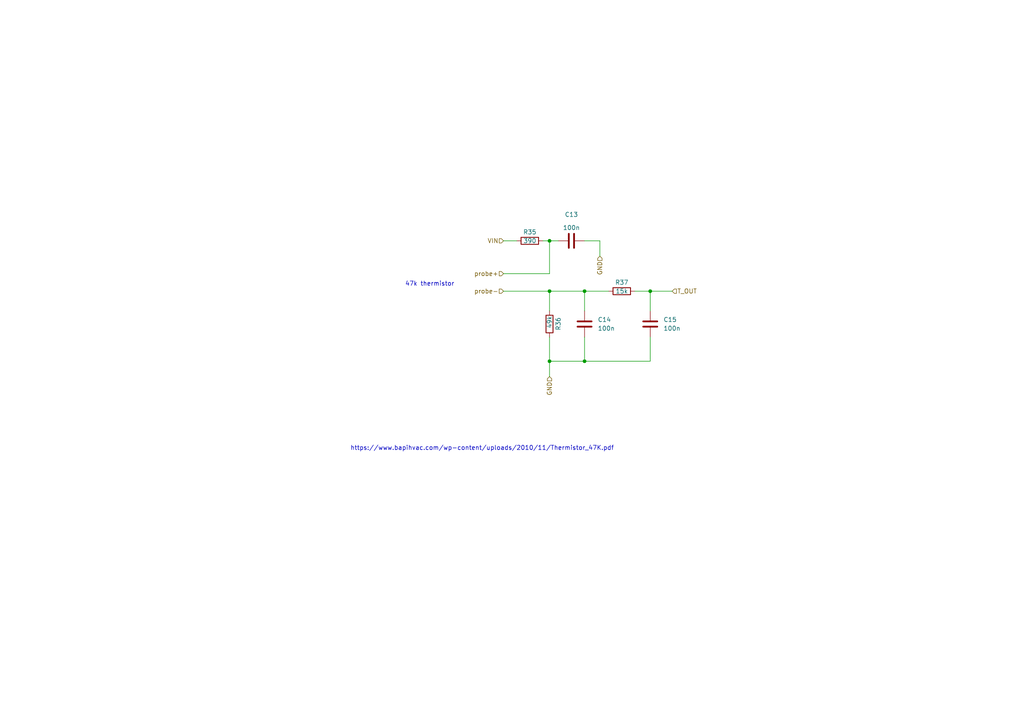
<source format=kicad_sch>
(kicad_sch (version 20211123) (generator eeschema)

  (uuid df4aae27-85e5-41a0-a4e7-12c57777f6a3)

  (paper "A4")

  (title_block
    (title "CDH_ECU")
    (date "2022-03-06")
    (rev "1.2.3")
    (company "Daniel Edwards")
    (comment 1 "Chinese Diesel Heater - modern ECU replacement")
  )

  (lib_symbols
    (symbol "Device:C" (pin_numbers hide) (pin_names (offset 0.254)) (in_bom yes) (on_board yes)
      (property "Reference" "C" (id 0) (at 0.635 2.54 0)
        (effects (font (size 1.27 1.27)) (justify left))
      )
      (property "Value" "C" (id 1) (at 0.635 -2.54 0)
        (effects (font (size 1.27 1.27)) (justify left))
      )
      (property "Footprint" "" (id 2) (at 0.9652 -3.81 0)
        (effects (font (size 1.27 1.27)) hide)
      )
      (property "Datasheet" "~" (id 3) (at 0 0 0)
        (effects (font (size 1.27 1.27)) hide)
      )
      (property "ki_keywords" "cap capacitor" (id 4) (at 0 0 0)
        (effects (font (size 1.27 1.27)) hide)
      )
      (property "ki_description" "Unpolarized capacitor" (id 5) (at 0 0 0)
        (effects (font (size 1.27 1.27)) hide)
      )
      (property "ki_fp_filters" "C_*" (id 6) (at 0 0 0)
        (effects (font (size 1.27 1.27)) hide)
      )
      (symbol "C_0_1"
        (polyline
          (pts
            (xy -2.032 -0.762)
            (xy 2.032 -0.762)
          )
          (stroke (width 0.508) (type default) (color 0 0 0 0))
          (fill (type none))
        )
        (polyline
          (pts
            (xy -2.032 0.762)
            (xy 2.032 0.762)
          )
          (stroke (width 0.508) (type default) (color 0 0 0 0))
          (fill (type none))
        )
      )
      (symbol "C_1_1"
        (pin passive line (at 0 3.81 270) (length 2.794)
          (name "~" (effects (font (size 1.27 1.27))))
          (number "1" (effects (font (size 1.27 1.27))))
        )
        (pin passive line (at 0 -3.81 90) (length 2.794)
          (name "~" (effects (font (size 1.27 1.27))))
          (number "2" (effects (font (size 1.27 1.27))))
        )
      )
    )
    (symbol "Device:R" (pin_numbers hide) (pin_names (offset 0)) (in_bom yes) (on_board yes)
      (property "Reference" "R" (id 0) (at 2.032 0 90)
        (effects (font (size 1.27 1.27)))
      )
      (property "Value" "R" (id 1) (at 0 0 90)
        (effects (font (size 1.27 1.27)))
      )
      (property "Footprint" "" (id 2) (at -1.778 0 90)
        (effects (font (size 1.27 1.27)) hide)
      )
      (property "Datasheet" "~" (id 3) (at 0 0 0)
        (effects (font (size 1.27 1.27)) hide)
      )
      (property "ki_keywords" "R res resistor" (id 4) (at 0 0 0)
        (effects (font (size 1.27 1.27)) hide)
      )
      (property "ki_description" "Resistor" (id 5) (at 0 0 0)
        (effects (font (size 1.27 1.27)) hide)
      )
      (property "ki_fp_filters" "R_*" (id 6) (at 0 0 0)
        (effects (font (size 1.27 1.27)) hide)
      )
      (symbol "R_0_1"
        (rectangle (start -1.016 -2.54) (end 1.016 2.54)
          (stroke (width 0.254) (type default) (color 0 0 0 0))
          (fill (type none))
        )
      )
      (symbol "R_1_1"
        (pin passive line (at 0 3.81 270) (length 1.27)
          (name "~" (effects (font (size 1.27 1.27))))
          (number "1" (effects (font (size 1.27 1.27))))
        )
        (pin passive line (at 0 -3.81 90) (length 1.27)
          (name "~" (effects (font (size 1.27 1.27))))
          (number "2" (effects (font (size 1.27 1.27))))
        )
      )
    )
  )

  (junction (at 188.595 84.455) (diameter 0) (color 0 0 0 0)
    (uuid 3ff6c7c7-496b-415e-8e82-2b7f105a4297)
  )
  (junction (at 159.385 84.455) (diameter 0) (color 0 0 0 0)
    (uuid 49176c27-9d8a-43b2-a87d-a27177ee19e6)
  )
  (junction (at 159.385 104.775) (diameter 0) (color 0 0 0 0)
    (uuid 62d53ea5-d718-4785-b9a2-2593f3517885)
  )
  (junction (at 169.545 84.455) (diameter 0) (color 0 0 0 0)
    (uuid 8e3a3150-4d80-4764-8658-7bf0b7ad28e5)
  )
  (junction (at 159.385 69.85) (diameter 0) (color 0 0 0 0)
    (uuid be6c9902-8a85-4249-9b51-674588fc5980)
  )
  (junction (at 169.545 104.775) (diameter 0) (color 0 0 0 0)
    (uuid e4789370-e57f-4dce-bdc9-a10fc142660d)
  )

  (wire (pts (xy 159.385 84.455) (xy 159.385 90.17))
    (stroke (width 0) (type default) (color 0 0 0 0))
    (uuid 05726633-82f5-4aa3-a524-7dc9fc0f057d)
  )
  (wire (pts (xy 169.545 84.455) (xy 176.53 84.455))
    (stroke (width 0) (type default) (color 0 0 0 0))
    (uuid 078a3b5b-7ef9-4a09-93e0-d8bc78e79f73)
  )
  (wire (pts (xy 146.05 84.455) (xy 159.385 84.455))
    (stroke (width 0) (type default) (color 0 0 0 0))
    (uuid 097cd89d-e6c8-4817-84b9-3e678989d2a4)
  )
  (wire (pts (xy 188.595 84.455) (xy 188.595 90.17))
    (stroke (width 0) (type default) (color 0 0 0 0))
    (uuid 0c13e66d-62a3-4c16-b994-c0ab75727f4b)
  )
  (wire (pts (xy 157.48 69.85) (xy 159.385 69.85))
    (stroke (width 0) (type default) (color 0 0 0 0))
    (uuid 19448b84-edb6-4f42-85ce-d052beb302ed)
  )
  (wire (pts (xy 188.595 84.455) (xy 184.15 84.455))
    (stroke (width 0) (type default) (color 0 0 0 0))
    (uuid 1ca72df7-039b-401b-9ee3-f00594148894)
  )
  (wire (pts (xy 173.99 74.295) (xy 173.99 69.85))
    (stroke (width 0) (type default) (color 0 0 0 0))
    (uuid 2ec18ffd-cbea-48c3-85b5-4840160e1268)
  )
  (wire (pts (xy 173.99 69.85) (xy 169.545 69.85))
    (stroke (width 0) (type default) (color 0 0 0 0))
    (uuid 40497eae-7de9-4d59-b5c7-bde00fa7f5a9)
  )
  (wire (pts (xy 169.545 90.17) (xy 169.545 84.455))
    (stroke (width 0) (type default) (color 0 0 0 0))
    (uuid 557cf0b3-53ee-4db5-ab9f-1c1a2610fb4c)
  )
  (wire (pts (xy 159.385 69.85) (xy 161.925 69.85))
    (stroke (width 0) (type default) (color 0 0 0 0))
    (uuid 5b5c4aab-5334-41b6-a3d9-a6bfbe50cf35)
  )
  (wire (pts (xy 159.385 79.375) (xy 146.05 79.375))
    (stroke (width 0) (type default) (color 0 0 0 0))
    (uuid 73e24812-cc0f-46b4-b60d-794c0b417158)
  )
  (wire (pts (xy 188.595 104.775) (xy 169.545 104.775))
    (stroke (width 0) (type default) (color 0 0 0 0))
    (uuid 768fe0bd-b268-4221-b1e5-60d0ef0e628f)
  )
  (wire (pts (xy 159.385 69.85) (xy 159.385 79.375))
    (stroke (width 0) (type default) (color 0 0 0 0))
    (uuid 853bd989-0de5-4a2f-9e26-59286dc0bc86)
  )
  (wire (pts (xy 159.385 104.775) (xy 159.385 109.22))
    (stroke (width 0) (type default) (color 0 0 0 0))
    (uuid 92328597-01b6-4faa-891e-cfb1e3e74fb0)
  )
  (wire (pts (xy 188.595 97.79) (xy 188.595 104.775))
    (stroke (width 0) (type default) (color 0 0 0 0))
    (uuid ac7336e2-0a81-480a-982a-ff02b3c23d48)
  )
  (wire (pts (xy 169.545 104.775) (xy 159.385 104.775))
    (stroke (width 0) (type default) (color 0 0 0 0))
    (uuid b70c6f50-6985-4312-912d-be013240b564)
  )
  (wire (pts (xy 188.595 84.455) (xy 194.945 84.455))
    (stroke (width 0) (type default) (color 0 0 0 0))
    (uuid c4a395b0-07a9-476c-9504-f07239a41465)
  )
  (wire (pts (xy 169.545 97.79) (xy 169.545 104.775))
    (stroke (width 0) (type default) (color 0 0 0 0))
    (uuid e1df6101-281b-409f-bbb1-56cc46b3b8cf)
  )
  (wire (pts (xy 159.385 97.79) (xy 159.385 104.775))
    (stroke (width 0) (type default) (color 0 0 0 0))
    (uuid e98c3aca-b9c9-462a-bc97-c1a6151f0c17)
  )
  (wire (pts (xy 146.05 69.85) (xy 149.86 69.85))
    (stroke (width 0) (type default) (color 0 0 0 0))
    (uuid fbe3e820-4277-4bdb-88e8-9ca43b68e71c)
  )
  (wire (pts (xy 169.545 84.455) (xy 159.385 84.455))
    (stroke (width 0) (type default) (color 0 0 0 0))
    (uuid fee1ef0e-3ef4-475d-a006-236cdaa79b7e)
  )

  (text "https://www.bapihvac.com/wp-content/uploads/2010/11/Thermistor_47K.pdf"
    (at 101.6 130.81 0)
    (effects (font (size 1.27 1.27)) (justify left bottom))
    (uuid 122d357b-657f-4044-97ea-e6ee425f969f)
  )
  (text "47k thermistor" (at 117.475 83.185 0)
    (effects (font (size 1.27 1.27)) (justify left bottom))
    (uuid 23dcec2c-ea1f-4a53-8158-ce6852247893)
  )

  (hierarchical_label "probe+" (shape input) (at 146.05 79.375 180)
    (effects (font (size 1.27 1.27)) (justify right))
    (uuid 1ffbcee1-f31b-4bb9-a5a5-44ec8e10f3e8)
  )
  (hierarchical_label "VIN" (shape input) (at 146.05 69.85 180)
    (effects (font (size 1.27 1.27)) (justify right))
    (uuid 24b9d6a2-3b17-47ca-98bd-cbb1a394f1a6)
  )
  (hierarchical_label "GND" (shape input) (at 173.99 74.295 270)
    (effects (font (size 1.27 1.27)) (justify right))
    (uuid 90d40800-b757-4dd7-a26a-142d3d0ee682)
  )
  (hierarchical_label "probe-" (shape input) (at 146.05 84.455 180)
    (effects (font (size 1.27 1.27)) (justify right))
    (uuid 95201d89-1d02-42b2-b00e-78204cb5ae58)
  )
  (hierarchical_label "GND" (shape input) (at 159.385 109.22 270)
    (effects (font (size 1.27 1.27)) (justify right))
    (uuid b317e3a7-9869-464a-b0b2-ef40f92ca032)
  )
  (hierarchical_label "T_OUT" (shape input) (at 194.945 84.455 0)
    (effects (font (size 1.27 1.27)) (justify left))
    (uuid d51f4b79-18ec-4da6-acd7-b4156a0e2409)
  )

  (symbol (lib_id "Device:R") (at 153.67 69.85 90) (unit 1)
    (in_bom yes) (on_board yes)
    (uuid 825a18b0-cab3-4ca5-8fad-c014f4c769aa)
    (property "Reference" "R35" (id 0) (at 153.67 67.31 90))
    (property "Value" "390" (id 1) (at 153.67 69.85 90))
    (property "Footprint" "Resistor_SMD:R_0805_2012Metric" (id 2) (at 153.67 71.628 90)
      (effects (font (size 1.27 1.27)) hide)
    )
    (property "Datasheet" "~" (id 3) (at 153.67 69.85 0)
      (effects (font (size 1.27 1.27)) hide)
    )
    (pin "1" (uuid a366734a-dabe-43a5-812f-f71acf166241))
    (pin "2" (uuid 65176807-003c-4bba-a59d-9c653187c769))
  )

  (symbol (lib_id "Device:R") (at 159.385 93.98 0) (unit 1)
    (in_bom yes) (on_board yes)
    (uuid 93891288-7012-4090-a258-93f809ab4f1a)
    (property "Reference" "R36" (id 0) (at 161.925 95.885 90)
      (effects (font (size 1.27 1.27)) (justify left))
    )
    (property "Value" "49k" (id 1) (at 159.385 95.25 90)
      (effects (font (size 1.27 1.27)) (justify left))
    )
    (property "Footprint" "Resistor_SMD:R_0805_2012Metric" (id 2) (at 157.607 93.98 90)
      (effects (font (size 1.27 1.27)) hide)
    )
    (property "Datasheet" "~" (id 3) (at 159.385 93.98 0)
      (effects (font (size 1.27 1.27)) hide)
    )
    (pin "1" (uuid e3beb605-4987-4433-a948-0747b814d510))
    (pin "2" (uuid 346c7b70-3daa-4ad8-ae14-d4e8ee40ca3c))
  )

  (symbol (lib_id "Device:R") (at 180.34 84.455 270) (unit 1)
    (in_bom yes) (on_board yes)
    (uuid ca19f0e7-488a-43a0-990f-42c230e8bdc1)
    (property "Reference" "R37" (id 0) (at 180.34 81.915 90))
    (property "Value" "15k" (id 1) (at 180.34 84.455 90))
    (property "Footprint" "Resistor_SMD:R_0805_2012Metric" (id 2) (at 180.34 82.677 90)
      (effects (font (size 1.27 1.27)) hide)
    )
    (property "Datasheet" "~" (id 3) (at 180.34 84.455 0)
      (effects (font (size 1.27 1.27)) hide)
    )
    (pin "1" (uuid 82697184-863d-45c2-a18d-59bfdfb1444b))
    (pin "2" (uuid 154e2111-35f6-4f46-89e0-1041e76a5c26))
  )

  (symbol (lib_id "Device:C") (at 169.545 93.98 0) (unit 1)
    (in_bom yes) (on_board yes) (fields_autoplaced)
    (uuid cb848f75-e4f5-45a6-ab51-130041b6710c)
    (property "Reference" "C14" (id 0) (at 173.355 92.7099 0)
      (effects (font (size 1.27 1.27)) (justify left))
    )
    (property "Value" "100n" (id 1) (at 173.355 95.2499 0)
      (effects (font (size 1.27 1.27)) (justify left))
    )
    (property "Footprint" "Capacitor_SMD:C_0805_2012Metric" (id 2) (at 170.5102 97.79 0)
      (effects (font (size 1.27 1.27)) hide)
    )
    (property "Datasheet" "~" (id 3) (at 169.545 93.98 0)
      (effects (font (size 1.27 1.27)) hide)
    )
    (pin "1" (uuid 3f3414ed-9c3c-4389-a7f2-d4004c3187c4))
    (pin "2" (uuid 3bda4636-86d2-4e39-9281-f860b0a73cb6))
  )

  (symbol (lib_id "Device:C") (at 165.735 69.85 90) (unit 1)
    (in_bom yes) (on_board yes)
    (uuid d4cce84d-178c-4612-9fcc-f2aad50bd3c4)
    (property "Reference" "C13" (id 0) (at 165.735 62.23 90))
    (property "Value" "100n" (id 1) (at 165.735 66.04 90))
    (property "Footprint" "Capacitor_SMD:C_0805_2012Metric" (id 2) (at 169.545 68.8848 0)
      (effects (font (size 1.27 1.27)) hide)
    )
    (property "Datasheet" "~" (id 3) (at 165.735 69.85 0)
      (effects (font (size 1.27 1.27)) hide)
    )
    (pin "1" (uuid 3db0b8a0-9280-41c6-a137-4d43b33cc8be))
    (pin "2" (uuid 5f771191-bc5e-498b-98af-2ce97a845927))
  )

  (symbol (lib_id "Device:C") (at 188.595 93.98 0) (unit 1)
    (in_bom yes) (on_board yes) (fields_autoplaced)
    (uuid e7564e68-9de7-4798-a310-12b41df36670)
    (property "Reference" "C15" (id 0) (at 192.405 92.7099 0)
      (effects (font (size 1.27 1.27)) (justify left))
    )
    (property "Value" "100n" (id 1) (at 192.405 95.2499 0)
      (effects (font (size 1.27 1.27)) (justify left))
    )
    (property "Footprint" "Capacitor_SMD:C_0805_2012Metric" (id 2) (at 189.5602 97.79 0)
      (effects (font (size 1.27 1.27)) hide)
    )
    (property "Datasheet" "~" (id 3) (at 188.595 93.98 0)
      (effects (font (size 1.27 1.27)) hide)
    )
    (pin "1" (uuid a3e56195-2b10-430e-8de0-70674a1fb132))
    (pin "2" (uuid 00284d2c-3c03-4d1f-a31b-a01ca24aaa32))
  )
)

</source>
